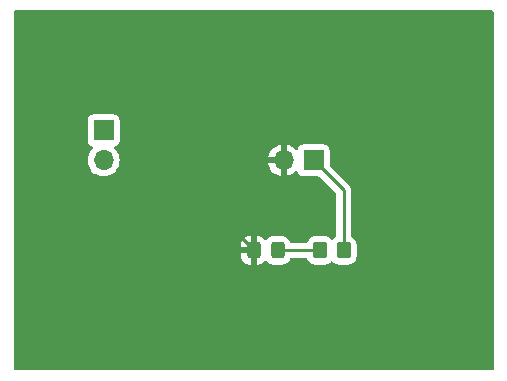
<source format=gbr>
%TF.GenerationSoftware,KiCad,Pcbnew,7.0.8*%
%TF.CreationDate,2024-04-30T13:20:46-05:00*%
%TF.ProjectId,me433_board,6d653433-335f-4626-9f61-72642e6b6963,rev?*%
%TF.SameCoordinates,Original*%
%TF.FileFunction,Copper,L1,Top*%
%TF.FilePolarity,Positive*%
%FSLAX46Y46*%
G04 Gerber Fmt 4.6, Leading zero omitted, Abs format (unit mm)*
G04 Created by KiCad (PCBNEW 7.0.8) date 2024-04-30 13:20:46*
%MOMM*%
%LPD*%
G01*
G04 APERTURE LIST*
G04 Aperture macros list*
%AMRoundRect*
0 Rectangle with rounded corners*
0 $1 Rounding radius*
0 $2 $3 $4 $5 $6 $7 $8 $9 X,Y pos of 4 corners*
0 Add a 4 corners polygon primitive as box body*
4,1,4,$2,$3,$4,$5,$6,$7,$8,$9,$2,$3,0*
0 Add four circle primitives for the rounded corners*
1,1,$1+$1,$2,$3*
1,1,$1+$1,$4,$5*
1,1,$1+$1,$6,$7*
1,1,$1+$1,$8,$9*
0 Add four rect primitives between the rounded corners*
20,1,$1+$1,$2,$3,$4,$5,0*
20,1,$1+$1,$4,$5,$6,$7,0*
20,1,$1+$1,$6,$7,$8,$9,0*
20,1,$1+$1,$8,$9,$2,$3,0*%
G04 Aperture macros list end*
%TA.AperFunction,ComponentPad*%
%ADD10R,1.700000X1.700000*%
%TD*%
%TA.AperFunction,ComponentPad*%
%ADD11O,1.700000X1.700000*%
%TD*%
%TA.AperFunction,SMDPad,CuDef*%
%ADD12RoundRect,0.250000X-0.350000X-0.450000X0.350000X-0.450000X0.350000X0.450000X-0.350000X0.450000X0*%
%TD*%
%TA.AperFunction,SMDPad,CuDef*%
%ADD13RoundRect,0.250000X-0.325000X-0.450000X0.325000X-0.450000X0.325000X0.450000X-0.325000X0.450000X0*%
%TD*%
%TA.AperFunction,ViaPad*%
%ADD14C,0.800000*%
%TD*%
%TA.AperFunction,Conductor*%
%ADD15C,0.250000*%
%TD*%
G04 APERTURE END LIST*
D10*
%TO.P,J2,1,Pin_1*%
%TO.N,unconnected-(J2-Pin_1-Pad1)*%
X147320000Y-78740000D03*
D11*
%TO.P,J2,2,Pin_2*%
%TO.N,unconnected-(J2-Pin_2-Pad2)*%
X147320000Y-81280000D03*
%TD*%
D10*
%TO.P,J1,1,Pin_1*%
%TO.N,VCC*%
X165100000Y-81280000D03*
D11*
%TO.P,J1,2,Pin_2*%
%TO.N,GND*%
X162560000Y-81280000D03*
%TD*%
D12*
%TO.P,R1,1*%
%TO.N,Net-(D1-A)*%
X165640000Y-88900000D03*
%TO.P,R1,2*%
%TO.N,VCC*%
X167640000Y-88900000D03*
%TD*%
D13*
%TO.P,D1,1,K*%
%TO.N,GND*%
X160020000Y-88900000D03*
%TO.P,D1,2,A*%
%TO.N,Net-(D1-A)*%
X162070000Y-88900000D03*
%TD*%
D14*
%TO.N,GND*%
X154940000Y-81280000D03*
X154940000Y-86360000D03*
%TD*%
D15*
%TO.N,Net-(D1-A)*%
X162070000Y-88900000D02*
X165640000Y-88900000D01*
%TO.N,VCC*%
X167640000Y-83820000D02*
X167640000Y-88900000D01*
X165100000Y-81280000D02*
X167640000Y-83820000D01*
%TO.N,GND*%
X154940000Y-86360000D02*
X157480000Y-86360000D01*
X157480000Y-86360000D02*
X160020000Y-88900000D01*
X162990000Y-81280000D02*
X154940000Y-81280000D01*
%TD*%
%TA.AperFunction,Conductor*%
%TO.N,GND*%
G36*
X180283039Y-68599685D02*
G01*
X180328794Y-68652489D01*
X180340000Y-68704000D01*
X180340000Y-98936000D01*
X180320315Y-99003039D01*
X180267511Y-99048794D01*
X180216000Y-99060000D01*
X139824000Y-99060000D01*
X139756961Y-99040315D01*
X139711206Y-98987511D01*
X139700000Y-98936000D01*
X139700000Y-89150000D01*
X158945001Y-89150000D01*
X158945001Y-89399986D01*
X158955494Y-89502697D01*
X159010641Y-89669119D01*
X159010643Y-89669124D01*
X159102684Y-89818345D01*
X159226654Y-89942315D01*
X159375875Y-90034356D01*
X159375880Y-90034358D01*
X159542302Y-90089505D01*
X159542309Y-90089506D01*
X159645019Y-90099999D01*
X159769999Y-90099999D01*
X160270000Y-90099999D01*
X160394972Y-90099999D01*
X160394986Y-90099998D01*
X160497697Y-90089505D01*
X160664119Y-90034358D01*
X160664124Y-90034356D01*
X160813345Y-89942315D01*
X160937318Y-89818342D01*
X160939165Y-89815348D01*
X160940969Y-89813724D01*
X160941798Y-89812677D01*
X160941976Y-89812818D01*
X160991110Y-89768621D01*
X161060073Y-89757396D01*
X161124156Y-89785236D01*
X161150243Y-89815341D01*
X161152288Y-89818656D01*
X161276344Y-89942712D01*
X161425666Y-90034814D01*
X161592203Y-90089999D01*
X161694991Y-90100500D01*
X162445008Y-90100499D01*
X162445016Y-90100498D01*
X162445019Y-90100498D01*
X162501302Y-90094748D01*
X162547797Y-90089999D01*
X162714334Y-90034814D01*
X162863656Y-89942712D01*
X162987712Y-89818656D01*
X163079814Y-89669334D01*
X163099311Y-89610493D01*
X163139084Y-89553051D01*
X163203600Y-89526228D01*
X163217017Y-89525500D01*
X164467983Y-89525500D01*
X164535022Y-89545185D01*
X164580777Y-89597989D01*
X164585686Y-89610489D01*
X164605186Y-89669334D01*
X164697288Y-89818656D01*
X164821344Y-89942712D01*
X164970666Y-90034814D01*
X165137203Y-90089999D01*
X165239991Y-90100500D01*
X166040008Y-90100499D01*
X166040016Y-90100498D01*
X166040019Y-90100498D01*
X166096302Y-90094748D01*
X166142797Y-90089999D01*
X166309334Y-90034814D01*
X166458656Y-89942712D01*
X166552319Y-89849049D01*
X166613642Y-89815564D01*
X166683334Y-89820548D01*
X166727681Y-89849049D01*
X166821344Y-89942712D01*
X166970666Y-90034814D01*
X167137203Y-90089999D01*
X167239991Y-90100500D01*
X168040008Y-90100499D01*
X168040016Y-90100498D01*
X168040019Y-90100498D01*
X168096302Y-90094748D01*
X168142797Y-90089999D01*
X168309334Y-90034814D01*
X168458656Y-89942712D01*
X168582712Y-89818656D01*
X168674814Y-89669334D01*
X168729999Y-89502797D01*
X168740500Y-89400009D01*
X168740499Y-88399992D01*
X168729999Y-88297203D01*
X168674814Y-88130666D01*
X168582712Y-87981344D01*
X168458656Y-87857288D01*
X168324402Y-87774480D01*
X168277679Y-87722533D01*
X168265500Y-87668942D01*
X168265500Y-83902737D01*
X168267224Y-83887123D01*
X168266938Y-83887096D01*
X168267672Y-83879333D01*
X168265500Y-83810202D01*
X168265500Y-83780651D01*
X168265500Y-83780650D01*
X168264629Y-83773759D01*
X168264172Y-83767945D01*
X168262709Y-83721374D01*
X168262709Y-83721372D01*
X168257120Y-83702137D01*
X168253174Y-83683084D01*
X168250664Y-83663208D01*
X168233501Y-83619859D01*
X168231614Y-83614346D01*
X168218617Y-83569610D01*
X168218616Y-83569608D01*
X168208421Y-83552369D01*
X168199860Y-83534893D01*
X168192486Y-83516269D01*
X168192486Y-83516267D01*
X168182474Y-83502488D01*
X168165083Y-83478550D01*
X168161900Y-83473705D01*
X168138170Y-83433579D01*
X168138165Y-83433573D01*
X168124005Y-83419413D01*
X168111370Y-83404620D01*
X168099593Y-83388412D01*
X168063693Y-83358713D01*
X168059381Y-83354790D01*
X166486818Y-81782227D01*
X166453333Y-81720904D01*
X166450499Y-81694546D01*
X166450499Y-80382129D01*
X166450498Y-80382123D01*
X166444091Y-80322516D01*
X166393797Y-80187671D01*
X166393793Y-80187664D01*
X166307547Y-80072455D01*
X166307544Y-80072452D01*
X166192335Y-79986206D01*
X166192328Y-79986202D01*
X166057482Y-79935908D01*
X166057483Y-79935908D01*
X165997883Y-79929501D01*
X165997881Y-79929500D01*
X165997873Y-79929500D01*
X165997864Y-79929500D01*
X164202129Y-79929500D01*
X164202123Y-79929501D01*
X164142516Y-79935908D01*
X164007671Y-79986202D01*
X164007664Y-79986206D01*
X163892455Y-80072452D01*
X163892452Y-80072455D01*
X163806206Y-80187664D01*
X163806202Y-80187671D01*
X163756997Y-80319598D01*
X163715126Y-80375532D01*
X163649661Y-80399949D01*
X163581388Y-80385097D01*
X163553134Y-80363946D01*
X163431082Y-80241894D01*
X163237578Y-80106399D01*
X163023492Y-80006570D01*
X163023486Y-80006567D01*
X162810000Y-79949364D01*
X162810000Y-80844498D01*
X162702315Y-80795320D01*
X162595763Y-80780000D01*
X162524237Y-80780000D01*
X162417685Y-80795320D01*
X162310000Y-80844498D01*
X162310000Y-79949364D01*
X162309999Y-79949364D01*
X162096513Y-80006567D01*
X162096507Y-80006570D01*
X161882422Y-80106399D01*
X161882420Y-80106400D01*
X161688926Y-80241886D01*
X161688920Y-80241891D01*
X161521891Y-80408920D01*
X161521886Y-80408926D01*
X161386400Y-80602420D01*
X161386399Y-80602422D01*
X161286570Y-80816507D01*
X161286567Y-80816513D01*
X161229364Y-81029999D01*
X161229364Y-81030000D01*
X162126314Y-81030000D01*
X162100507Y-81070156D01*
X162060000Y-81208111D01*
X162060000Y-81351889D01*
X162100507Y-81489844D01*
X162126314Y-81530000D01*
X161229364Y-81530000D01*
X161286567Y-81743486D01*
X161286570Y-81743492D01*
X161386399Y-81957578D01*
X161521894Y-82151082D01*
X161688917Y-82318105D01*
X161882421Y-82453600D01*
X162096507Y-82553429D01*
X162096516Y-82553433D01*
X162310000Y-82610634D01*
X162310000Y-81715501D01*
X162417685Y-81764680D01*
X162524237Y-81780000D01*
X162595763Y-81780000D01*
X162702315Y-81764680D01*
X162810000Y-81715501D01*
X162810000Y-82610633D01*
X163023483Y-82553433D01*
X163023492Y-82553429D01*
X163237578Y-82453600D01*
X163431078Y-82318108D01*
X163553133Y-82196053D01*
X163614456Y-82162568D01*
X163684148Y-82167552D01*
X163740082Y-82209423D01*
X163756997Y-82240401D01*
X163806202Y-82372328D01*
X163806206Y-82372335D01*
X163892452Y-82487544D01*
X163892455Y-82487547D01*
X164007664Y-82573793D01*
X164007671Y-82573797D01*
X164142517Y-82624091D01*
X164142516Y-82624091D01*
X164149444Y-82624835D01*
X164202127Y-82630500D01*
X165514546Y-82630499D01*
X165581585Y-82650184D01*
X165602227Y-82666818D01*
X166978181Y-84042771D01*
X167011666Y-84104094D01*
X167014500Y-84130452D01*
X167014500Y-87668942D01*
X166994815Y-87735981D01*
X166955598Y-87774479D01*
X166869209Y-87827764D01*
X166821342Y-87857289D01*
X166727681Y-87950951D01*
X166666358Y-87984436D01*
X166596666Y-87979452D01*
X166552319Y-87950951D01*
X166458657Y-87857289D01*
X166458656Y-87857288D01*
X166309334Y-87765186D01*
X166142797Y-87710001D01*
X166142795Y-87710000D01*
X166040010Y-87699500D01*
X165239998Y-87699500D01*
X165239980Y-87699501D01*
X165137203Y-87710000D01*
X165137200Y-87710001D01*
X164970668Y-87765185D01*
X164970663Y-87765187D01*
X164821342Y-87857289D01*
X164697289Y-87981342D01*
X164605187Y-88130663D01*
X164605186Y-88130666D01*
X164585689Y-88189505D01*
X164545916Y-88246949D01*
X164481400Y-88273772D01*
X164467983Y-88274500D01*
X163217017Y-88274500D01*
X163149978Y-88254815D01*
X163104223Y-88202011D01*
X163099311Y-88189505D01*
X163079814Y-88130666D01*
X162987712Y-87981344D01*
X162863656Y-87857288D01*
X162714334Y-87765186D01*
X162547797Y-87710001D01*
X162547795Y-87710000D01*
X162445010Y-87699500D01*
X161694998Y-87699500D01*
X161694980Y-87699501D01*
X161592203Y-87710000D01*
X161592200Y-87710001D01*
X161425668Y-87765185D01*
X161425663Y-87765187D01*
X161276342Y-87857289D01*
X161152288Y-87981343D01*
X161152283Y-87981349D01*
X161150241Y-87984661D01*
X161148247Y-87986453D01*
X161147807Y-87987011D01*
X161147711Y-87986935D01*
X161098291Y-88031383D01*
X161029328Y-88042602D01*
X160965247Y-88014755D01*
X160939168Y-87984656D01*
X160937319Y-87981659D01*
X160937316Y-87981655D01*
X160813345Y-87857684D01*
X160664124Y-87765643D01*
X160664119Y-87765641D01*
X160497697Y-87710494D01*
X160497690Y-87710493D01*
X160394986Y-87700000D01*
X160270000Y-87700000D01*
X160270000Y-90099999D01*
X159769999Y-90099999D01*
X159770000Y-90099998D01*
X159770000Y-89150000D01*
X158945001Y-89150000D01*
X139700000Y-89150000D01*
X139700000Y-88650000D01*
X158945000Y-88650000D01*
X159770000Y-88650000D01*
X159770000Y-87700000D01*
X159645027Y-87700000D01*
X159645012Y-87700001D01*
X159542302Y-87710494D01*
X159375880Y-87765641D01*
X159375875Y-87765643D01*
X159226654Y-87857684D01*
X159102684Y-87981654D01*
X159010643Y-88130875D01*
X159010641Y-88130880D01*
X158955494Y-88297302D01*
X158955493Y-88297309D01*
X158945000Y-88400013D01*
X158945000Y-88650000D01*
X139700000Y-88650000D01*
X139700000Y-81280000D01*
X145964341Y-81280000D01*
X145984936Y-81515403D01*
X145984938Y-81515413D01*
X146046094Y-81743655D01*
X146046096Y-81743659D01*
X146046097Y-81743663D01*
X146064080Y-81782227D01*
X146145965Y-81957830D01*
X146145967Y-81957834D01*
X146254281Y-82112521D01*
X146281505Y-82151401D01*
X146448599Y-82318495D01*
X146545384Y-82386265D01*
X146642165Y-82454032D01*
X146642167Y-82454033D01*
X146642170Y-82454035D01*
X146856337Y-82553903D01*
X147084592Y-82615063D01*
X147261034Y-82630500D01*
X147319999Y-82635659D01*
X147320000Y-82635659D01*
X147320001Y-82635659D01*
X147378966Y-82630500D01*
X147555408Y-82615063D01*
X147783663Y-82553903D01*
X147997830Y-82454035D01*
X148191401Y-82318495D01*
X148358495Y-82151401D01*
X148494035Y-81957830D01*
X148593903Y-81743663D01*
X148655063Y-81515408D01*
X148675659Y-81280000D01*
X148655063Y-81044592D01*
X148593903Y-80816337D01*
X148494035Y-80602171D01*
X148358495Y-80408599D01*
X148236567Y-80286671D01*
X148203084Y-80225351D01*
X148208068Y-80155659D01*
X148249939Y-80099725D01*
X148280915Y-80082810D01*
X148412331Y-80033796D01*
X148527546Y-79947546D01*
X148613796Y-79832331D01*
X148664091Y-79697483D01*
X148670500Y-79637873D01*
X148670499Y-77842128D01*
X148664091Y-77782517D01*
X148613796Y-77647669D01*
X148613795Y-77647668D01*
X148613793Y-77647664D01*
X148527547Y-77532455D01*
X148527544Y-77532452D01*
X148412335Y-77446206D01*
X148412328Y-77446202D01*
X148277482Y-77395908D01*
X148277483Y-77395908D01*
X148217883Y-77389501D01*
X148217881Y-77389500D01*
X148217873Y-77389500D01*
X148217864Y-77389500D01*
X146422129Y-77389500D01*
X146422123Y-77389501D01*
X146362516Y-77395908D01*
X146227671Y-77446202D01*
X146227664Y-77446206D01*
X146112455Y-77532452D01*
X146112452Y-77532455D01*
X146026206Y-77647664D01*
X146026202Y-77647671D01*
X145975908Y-77782517D01*
X145969501Y-77842116D01*
X145969501Y-77842123D01*
X145969500Y-77842135D01*
X145969500Y-79637870D01*
X145969501Y-79637876D01*
X145975908Y-79697483D01*
X146026202Y-79832328D01*
X146026206Y-79832335D01*
X146112452Y-79947544D01*
X146112455Y-79947547D01*
X146227664Y-80033793D01*
X146227671Y-80033797D01*
X146359081Y-80082810D01*
X146415015Y-80124681D01*
X146439432Y-80190145D01*
X146424580Y-80258418D01*
X146403430Y-80286673D01*
X146281503Y-80408600D01*
X146145965Y-80602169D01*
X146145964Y-80602171D01*
X146046098Y-80816335D01*
X146046094Y-80816344D01*
X145984938Y-81044586D01*
X145984936Y-81044596D01*
X145964341Y-81279999D01*
X145964341Y-81280000D01*
X139700000Y-81280000D01*
X139700000Y-68704000D01*
X139719685Y-68636961D01*
X139772489Y-68591206D01*
X139824000Y-68580000D01*
X180216000Y-68580000D01*
X180283039Y-68599685D01*
G37*
%TD.AperFunction*%
%TD*%
M02*

</source>
